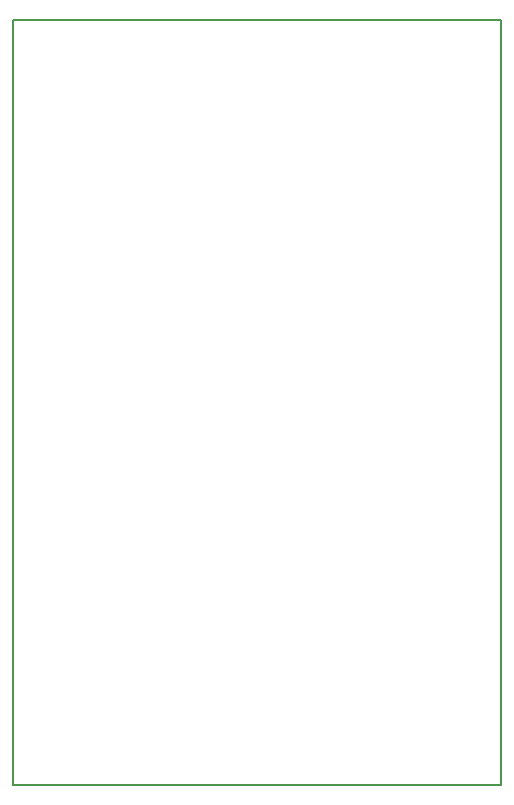
<source format=gm1>
G04 #@! TF.FileFunction,Profile,NP*
%FSLAX46Y46*%
G04 Gerber Fmt 4.6, Leading zero omitted, Abs format (unit mm)*
G04 Created by KiCad (PCBNEW 4.0.2-stable) date 2016 May 27, Friday 16:50:11*
%MOMM*%
G01*
G04 APERTURE LIST*
%ADD10C,0.100000*%
%ADD11C,0.150000*%
G04 APERTURE END LIST*
D10*
D11*
X162560000Y-63500000D02*
X160020000Y-63500000D01*
X160020000Y-128270000D02*
X160020000Y-63500000D01*
X201295000Y-128270000D02*
X160020000Y-128270000D01*
X201295000Y-63500000D02*
X201295000Y-128270000D01*
X199390000Y-63500000D02*
X201295000Y-63500000D01*
X162560000Y-63500000D02*
X199390000Y-63500000D01*
M02*

</source>
